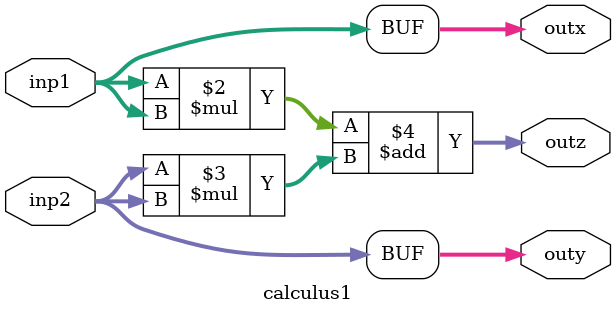
<source format=v>
module calculus1(
    input [31:0] inp1,
    input [31:0] inp2,
    output reg [31:0] outz ,
    output reg [31:0] outx,
    output reg [31:0] outy

    );
    always@(*) begin
        outz= ( inp1 * inp1 ) + ( inp2 * inp2);
        outx = inp1;
        outy = inp2;
    end
endmodule
</source>
